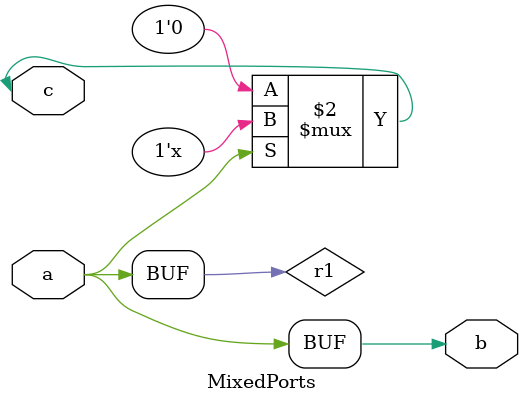
<source format=sv>
module MixedPorts(
  input  logic a,
  output logic b,
  inout  wire  c
);

  logic r1;

  always_comb begin
    r1 = a;
  end

  assign b = r1;

  assign c = (r1) ? 1'bz : 1'b0;

endmodule
</source>
